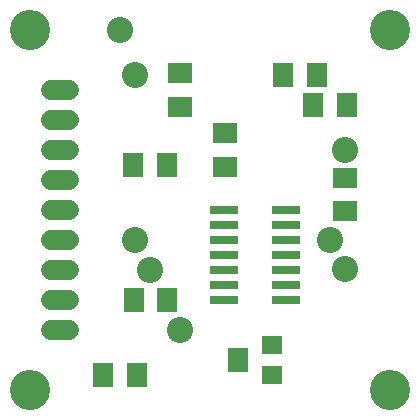
<source format=gbr>
G04 EAGLE Gerber RS-274X export*
G75*
%MOMM*%
%FSLAX34Y34*%
%LPD*%
%INSoldermask Top*%
%IPPOS*%
%AMOC8*
5,1,8,0,0,1.08239X$1,22.5*%
G01*
%ADD10C,3.403200*%
%ADD11R,2.403200X0.803200*%
%ADD12C,1.727200*%
%ADD13R,1.803200X2.006200*%
%ADD14R,2.006200X1.803200*%
%ADD15R,1.803200X1.503200*%
%ADD16R,1.803200X2.003200*%
%ADD17R,2.003200X1.803200*%
%ADD18C,2.203200*%


D10*
X25400Y25400D03*
X25400Y330200D03*
X330200Y330200D03*
X330200Y25400D03*
D11*
X241900Y114300D03*
X189900Y114300D03*
X241900Y101600D03*
X241900Y127000D03*
X241900Y139700D03*
X189900Y101600D03*
X189900Y127000D03*
X189900Y139700D03*
X241900Y165100D03*
X189900Y165100D03*
X241900Y152400D03*
X241900Y177800D03*
X189900Y152400D03*
X189900Y177800D03*
D12*
X58420Y76200D02*
X43180Y76200D01*
X43180Y101600D02*
X58420Y101600D01*
X58420Y127000D02*
X43180Y127000D01*
X43180Y152400D02*
X58420Y152400D01*
X58420Y177800D02*
X43180Y177800D01*
X43180Y203200D02*
X58420Y203200D01*
X58420Y228600D02*
X43180Y228600D01*
X43180Y254000D02*
X58420Y254000D01*
X58420Y279400D02*
X43180Y279400D01*
D13*
X265180Y266700D03*
X293620Y266700D03*
D14*
X190500Y242820D03*
X190500Y214380D03*
D13*
X239780Y292100D03*
X268220Y292100D03*
D14*
X152400Y265180D03*
X152400Y293620D03*
D13*
X87380Y38100D03*
X115820Y38100D03*
X141220Y215900D03*
X112780Y215900D03*
D15*
X230400Y38300D03*
X230400Y63300D03*
D16*
X201400Y50800D03*
D17*
X292100Y176500D03*
X292100Y204500D03*
D16*
X141000Y101600D03*
X113000Y101600D03*
D18*
X279400Y152400D03*
X152400Y76200D03*
X101600Y330200D03*
X292100Y228600D03*
X127000Y127000D03*
X114300Y152400D03*
X114300Y292100D03*
X291699Y127401D03*
M02*

</source>
